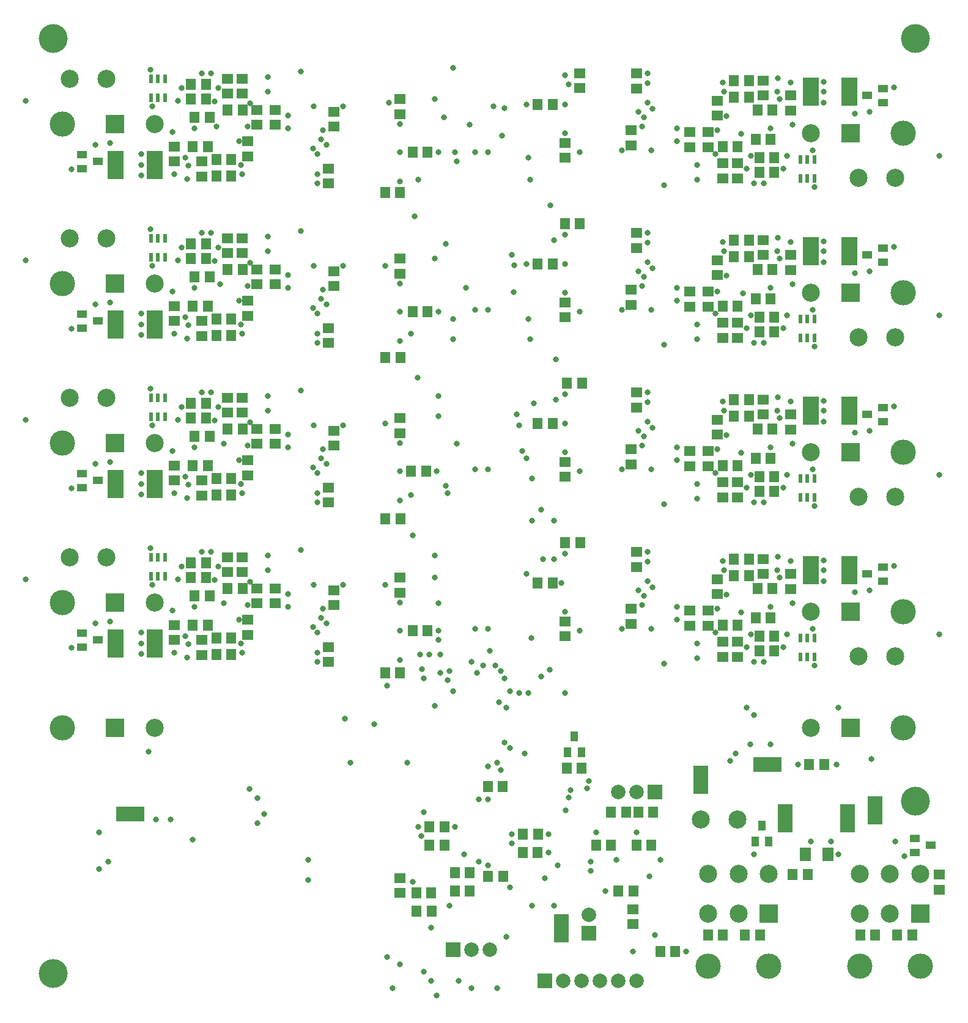
<source format=gbs>
G04 #@! TF.FileFunction,Soldermask,Bot*
%FSLAX46Y46*%
G04 Gerber Fmt 4.6, Leading zero omitted, Abs format (unit mm)*
G04 Created by KiCad (PCBNEW 4.0.5+dfsg1-4) date Sun Jun 18 17:06:44 2017*
%MOMM*%
%LPD*%
G01*
G04 APERTURE LIST*
%ADD10C,0.100000*%
%ADD11C,4.000000*%
%ADD12R,1.500000X1.400000*%
%ADD13R,1.400000X1.500000*%
%ADD14R,1.400000X1.000000*%
%ADD15R,2.200000X4.000000*%
%ADD16R,0.620000X1.220000*%
%ADD17C,2.500000*%
%ADD18R,2.500000X2.500000*%
%ADD19C,3.508000*%
%ADD20R,1.000000X1.400000*%
%ADD21R,2.000000X2.000000*%
%ADD22C,2.000000*%
%ADD23R,1.600000X1.900000*%
%ADD24R,2.000000X4.000000*%
%ADD25R,4.000000X2.000000*%
%ADD26C,0.800000*%
G04 APERTURE END LIST*
D10*
D11*
X213360000Y-148844000D03*
X213360000Y-43180000D03*
X93980000Y-43180000D03*
D12*
X164846000Y-59690000D03*
X164846000Y-57640000D03*
D13*
X163086000Y-52324000D03*
X161036000Y-52324000D03*
D12*
X166878000Y-47988000D03*
X166878000Y-50038000D03*
X164846000Y-81788000D03*
X164846000Y-79738000D03*
D13*
X164828000Y-68834000D03*
X166878000Y-68834000D03*
X163086000Y-74422000D03*
X161036000Y-74422000D03*
X165100000Y-90932000D03*
X167150000Y-90932000D03*
D12*
X164846000Y-103886000D03*
X164846000Y-101836000D03*
D13*
X163086000Y-96520000D03*
X161036000Y-96520000D03*
D12*
X164846000Y-125984000D03*
X164846000Y-123934000D03*
D13*
X164846000Y-113030000D03*
X166896000Y-113030000D03*
X163086000Y-118618000D03*
X161036000Y-118618000D03*
D12*
X141986000Y-117856000D03*
X141986000Y-119906000D03*
D13*
X141986000Y-131064000D03*
X139936000Y-131064000D03*
X143746000Y-125222000D03*
X145796000Y-125222000D03*
X142004000Y-109728000D03*
X139954000Y-109728000D03*
D12*
X141986000Y-95758000D03*
X141986000Y-97808000D03*
D13*
X143510000Y-103124000D03*
X145560000Y-103124000D03*
D12*
X141986000Y-73660000D03*
X141986000Y-75710000D03*
D13*
X142004000Y-87376000D03*
X139954000Y-87376000D03*
X143746000Y-81026000D03*
X145796000Y-81026000D03*
D14*
X206672000Y-51054000D03*
X208872000Y-52004000D03*
X208872000Y-50104000D03*
D15*
X204216000Y-50546000D03*
X198816000Y-50546000D03*
D12*
X196088000Y-53104000D03*
X196088000Y-51054000D03*
D13*
X191498000Y-53086000D03*
X193548000Y-53086000D03*
D12*
X192278000Y-49004000D03*
X192278000Y-51054000D03*
X185928000Y-51798000D03*
X185928000Y-53848000D03*
X184658000Y-58184000D03*
X184658000Y-56134000D03*
X182118000Y-58184000D03*
X182118000Y-56134000D03*
X174752000Y-50056000D03*
X174752000Y-48006000D03*
X186690000Y-62502000D03*
X186690000Y-60452000D03*
D13*
X188722000Y-58166000D03*
X186672000Y-58166000D03*
D12*
X188722000Y-60452000D03*
X188722000Y-62502000D03*
X173990000Y-57930000D03*
X173990000Y-55880000D03*
D16*
X199330641Y-62531987D03*
X198380641Y-62531987D03*
X197430641Y-62531987D03*
X197430641Y-59911987D03*
X199330641Y-59911987D03*
X198380641Y-59911987D03*
D13*
X191752000Y-61722000D03*
X193802000Y-61722000D03*
X193802000Y-59690000D03*
X191752000Y-59690000D03*
X191244000Y-57150000D03*
X193294000Y-57150000D03*
X188214000Y-49022000D03*
X190264000Y-49022000D03*
X190264000Y-51308000D03*
X188214000Y-51308000D03*
D17*
X198826000Y-56238000D03*
D18*
X204326000Y-56238000D03*
D19*
X211626000Y-56238000D03*
D13*
X190264000Y-73406000D03*
X188214000Y-73406000D03*
D12*
X188722000Y-82550000D03*
X188722000Y-84600000D03*
D13*
X188722000Y-80264000D03*
X186672000Y-80264000D03*
X188214000Y-71120000D03*
X190264000Y-71120000D03*
D12*
X186690000Y-84600000D03*
X186690000Y-82550000D03*
X192278000Y-71102000D03*
X192278000Y-73152000D03*
X196088000Y-75202000D03*
X196088000Y-73152000D03*
D15*
X204216000Y-72644000D03*
X198816000Y-72644000D03*
D13*
X191498000Y-75184000D03*
X193548000Y-75184000D03*
D14*
X206672000Y-73152000D03*
X208872000Y-74102000D03*
X208872000Y-72202000D03*
D13*
X193802000Y-81788000D03*
X191752000Y-81788000D03*
X191244000Y-79248000D03*
X193294000Y-79248000D03*
X191752000Y-83820000D03*
X193802000Y-83820000D03*
D16*
X199330641Y-84629987D03*
X198380641Y-84629987D03*
X197430641Y-84629987D03*
X197430641Y-82009987D03*
X199330641Y-82009987D03*
X198380641Y-82009987D03*
D12*
X174752000Y-72154000D03*
X174752000Y-70104000D03*
X182118000Y-80282000D03*
X182118000Y-78232000D03*
X184658000Y-80282000D03*
X184658000Y-78232000D03*
X173990000Y-80028000D03*
X173990000Y-77978000D03*
X185928000Y-73896000D03*
X185928000Y-75946000D03*
D17*
X198826000Y-78336000D03*
D18*
X204326000Y-78336000D03*
D19*
X211626000Y-78336000D03*
D12*
X188722000Y-104648000D03*
X188722000Y-106698000D03*
D16*
X199330641Y-106727987D03*
X198380641Y-106727987D03*
X197430641Y-106727987D03*
X197430641Y-104107987D03*
X199330641Y-104107987D03*
X198380641Y-104107987D03*
D13*
X191244000Y-101346000D03*
X193294000Y-101346000D03*
D12*
X186690000Y-106698000D03*
X186690000Y-104648000D03*
D13*
X188722000Y-102362000D03*
X186672000Y-102362000D03*
X193802000Y-103886000D03*
X191752000Y-103886000D03*
X191752000Y-105918000D03*
X193802000Y-105918000D03*
D14*
X206672000Y-95250000D03*
X208872000Y-96200000D03*
X208872000Y-94300000D03*
D12*
X196088000Y-97300000D03*
X196088000Y-95250000D03*
D13*
X191498000Y-97282000D03*
X193548000Y-97282000D03*
D15*
X204216000Y-94742000D03*
X198816000Y-94742000D03*
D12*
X192278000Y-93200000D03*
X192278000Y-95250000D03*
X182118000Y-102380000D03*
X182118000Y-100330000D03*
X184658000Y-102380000D03*
X184658000Y-100330000D03*
X185928000Y-95994000D03*
X185928000Y-98044000D03*
D13*
X188214000Y-93218000D03*
X190264000Y-93218000D03*
D12*
X173990000Y-102126000D03*
X173990000Y-100076000D03*
D13*
X190264000Y-95504000D03*
X188214000Y-95504000D03*
D12*
X174752000Y-94252000D03*
X174752000Y-92202000D03*
D17*
X198826000Y-100434000D03*
D18*
X204326000Y-100434000D03*
D19*
X211626000Y-100434000D03*
D12*
X188722000Y-126746000D03*
X188722000Y-128796000D03*
X186690000Y-128796000D03*
X186690000Y-126746000D03*
D13*
X191752000Y-128016000D03*
X193802000Y-128016000D03*
X193802000Y-125984000D03*
X191752000Y-125984000D03*
D14*
X206672000Y-117348000D03*
X208872000Y-118298000D03*
X208872000Y-116398000D03*
D12*
X196088000Y-119398000D03*
X196088000Y-117348000D03*
X192278000Y-115298000D03*
X192278000Y-117348000D03*
D13*
X191498000Y-119380000D03*
X193548000Y-119380000D03*
D15*
X204216000Y-116840000D03*
X198816000Y-116840000D03*
D13*
X188722000Y-124460000D03*
X186672000Y-124460000D03*
X188214000Y-115316000D03*
X190264000Y-115316000D03*
X190264000Y-117602000D03*
X188214000Y-117602000D03*
D12*
X173990000Y-124224000D03*
X173990000Y-122174000D03*
X185928000Y-118092000D03*
X185928000Y-120142000D03*
X174752000Y-116350000D03*
X174752000Y-114300000D03*
X182118000Y-124478000D03*
X182118000Y-122428000D03*
X184658000Y-124478000D03*
X184658000Y-122428000D03*
D16*
X199330641Y-128825987D03*
X198380641Y-128825987D03*
X197430641Y-128825987D03*
X197430641Y-126205987D03*
X199330641Y-126205987D03*
X198380641Y-126205987D03*
D13*
X191244000Y-123444000D03*
X193294000Y-123444000D03*
D17*
X198826000Y-122532000D03*
D18*
X204326000Y-122532000D03*
D19*
X211626000Y-122532000D03*
D12*
X122174000Y-119362000D03*
X122174000Y-121412000D03*
X124714000Y-119362000D03*
X124714000Y-121412000D03*
X132080000Y-127490000D03*
X132080000Y-129540000D03*
X120904000Y-125748000D03*
X120904000Y-123698000D03*
X132842000Y-119616000D03*
X132842000Y-121666000D03*
D13*
X118110000Y-119380000D03*
X120160000Y-119380000D03*
X116568000Y-126238000D03*
X118618000Y-126238000D03*
X118618000Y-128524000D03*
X116568000Y-128524000D03*
D12*
X120142000Y-115044000D03*
X120142000Y-117094000D03*
X118110000Y-117094000D03*
X118110000Y-115044000D03*
D13*
X113030000Y-117856000D03*
X115080000Y-117856000D03*
X115588000Y-120396000D03*
X113538000Y-120396000D03*
X115080000Y-115824000D03*
X113030000Y-115824000D03*
D16*
X107501359Y-115014013D03*
X108451359Y-115014013D03*
X109401359Y-115014013D03*
X109401359Y-117634013D03*
X107501359Y-117634013D03*
X108451359Y-117634013D03*
D15*
X102616000Y-127000000D03*
X108016000Y-127000000D03*
D13*
X115334000Y-124460000D03*
X113284000Y-124460000D03*
D12*
X110744000Y-124442000D03*
X110744000Y-126492000D03*
X114554000Y-128542000D03*
X114554000Y-126492000D03*
D14*
X100160000Y-126492000D03*
X97960000Y-125542000D03*
X97960000Y-127442000D03*
D17*
X108006000Y-121308000D03*
D18*
X102506000Y-121308000D03*
D19*
X95206000Y-121308000D03*
D12*
X114554000Y-106444000D03*
X114554000Y-104394000D03*
X110744000Y-102344000D03*
X110744000Y-104394000D03*
D14*
X100160000Y-104394000D03*
X97960000Y-103444000D03*
X97960000Y-105344000D03*
D15*
X102616000Y-104902000D03*
X108016000Y-104902000D03*
D16*
X107501359Y-92916013D03*
X108451359Y-92916013D03*
X109401359Y-92916013D03*
X109401359Y-95536013D03*
X107501359Y-95536013D03*
X108451359Y-95536013D03*
D13*
X115334000Y-102362000D03*
X113284000Y-102362000D03*
X113030000Y-95758000D03*
X115080000Y-95758000D03*
X115080000Y-93726000D03*
X113030000Y-93726000D03*
X115588000Y-98298000D03*
X113538000Y-98298000D03*
X116568000Y-104140000D03*
X118618000Y-104140000D03*
D12*
X120142000Y-92946000D03*
X120142000Y-94996000D03*
X118110000Y-94996000D03*
X118110000Y-92946000D03*
D13*
X118110000Y-97282000D03*
X120160000Y-97282000D03*
D12*
X120904000Y-103650000D03*
X120904000Y-101600000D03*
D13*
X118618000Y-106426000D03*
X116568000Y-106426000D03*
D12*
X132080000Y-105392000D03*
X132080000Y-107442000D03*
X132842000Y-97518000D03*
X132842000Y-99568000D03*
X124714000Y-97264000D03*
X124714000Y-99314000D03*
X122174000Y-97264000D03*
X122174000Y-99314000D03*
D17*
X108006000Y-99210000D03*
D18*
X102506000Y-99210000D03*
D19*
X95206000Y-99210000D03*
D12*
X122174000Y-75166000D03*
X122174000Y-77216000D03*
X124714000Y-75166000D03*
X124714000Y-77216000D03*
X132842000Y-75420000D03*
X132842000Y-77470000D03*
X132080000Y-83294000D03*
X132080000Y-85344000D03*
X120904000Y-81552000D03*
X120904000Y-79502000D03*
D13*
X115588000Y-76200000D03*
X113538000Y-76200000D03*
X115080000Y-71628000D03*
X113030000Y-71628000D03*
X118110000Y-75184000D03*
X120160000Y-75184000D03*
D12*
X118110000Y-72898000D03*
X118110000Y-70848000D03*
X120142000Y-70848000D03*
X120142000Y-72898000D03*
D13*
X113030000Y-73660000D03*
X115080000Y-73660000D03*
D16*
X107501359Y-70818013D03*
X108451359Y-70818013D03*
X109401359Y-70818013D03*
X109401359Y-73438013D03*
X107501359Y-73438013D03*
X108451359Y-73438013D03*
D13*
X116568000Y-82042000D03*
X118618000Y-82042000D03*
D14*
X100160000Y-82296000D03*
X97960000Y-81346000D03*
X97960000Y-83246000D03*
D15*
X102616000Y-82804000D03*
X108016000Y-82804000D03*
D13*
X115334000Y-80264000D03*
X113284000Y-80264000D03*
X118618000Y-84328000D03*
X116568000Y-84328000D03*
D12*
X110744000Y-80246000D03*
X110744000Y-82296000D03*
X114554000Y-84346000D03*
X114554000Y-82296000D03*
D17*
X108006000Y-77112000D03*
D18*
X102506000Y-77112000D03*
D19*
X95206000Y-77112000D03*
D13*
X148100000Y-152400000D03*
X146050000Y-152400000D03*
X148100000Y-154940000D03*
X146050000Y-154940000D03*
X154160000Y-146812000D03*
X156210000Y-146812000D03*
X149588000Y-161290000D03*
X151638000Y-161290000D03*
X149588000Y-158750000D03*
X151638000Y-158750000D03*
X146322000Y-164084000D03*
X144272000Y-164084000D03*
X161036000Y-155956000D03*
X158986000Y-155956000D03*
X161054000Y-153416000D03*
X159004000Y-153416000D03*
X156228000Y-159258000D03*
X154178000Y-159258000D03*
D12*
X174244000Y-163812000D03*
X174244000Y-165862000D03*
D13*
X174988000Y-150368000D03*
X177038000Y-150368000D03*
X173246000Y-150368000D03*
X171196000Y-150368000D03*
X174262000Y-161290000D03*
X172212000Y-161290000D03*
X198392000Y-159004000D03*
X196342000Y-159004000D03*
X191788000Y-167386000D03*
X189738000Y-167386000D03*
X200678000Y-143764000D03*
X198628000Y-143764000D03*
X212870000Y-167386000D03*
X210820000Y-167386000D03*
D12*
X216662000Y-161054000D03*
X216662000Y-159004000D03*
X132080000Y-61196000D03*
X132080000Y-63246000D03*
D13*
X141986000Y-64516000D03*
X139936000Y-64516000D03*
D12*
X141986000Y-51562000D03*
X141986000Y-53612000D03*
X132842000Y-53322000D03*
X132842000Y-55372000D03*
D13*
X115080000Y-49530000D03*
X113030000Y-49530000D03*
D12*
X124714000Y-53068000D03*
X124714000Y-55118000D03*
D13*
X115588000Y-54102000D03*
X113538000Y-54102000D03*
X115334000Y-58166000D03*
X113284000Y-58166000D03*
D12*
X114554000Y-62248000D03*
X114554000Y-60198000D03*
D20*
X192090000Y-152232000D03*
X191140000Y-154432000D03*
X193040000Y-154432000D03*
D14*
X215476000Y-154940000D03*
X213276000Y-153990000D03*
X213276000Y-155890000D03*
D17*
X188722000Y-151384000D03*
X183642000Y-151384000D03*
D21*
X162052000Y-173736000D03*
D22*
X164592000Y-173736000D03*
X167132000Y-173736000D03*
X169672000Y-173736000D03*
X172212000Y-173736000D03*
X174752000Y-173736000D03*
D21*
X149352000Y-169418000D03*
D22*
X151892000Y-169418000D03*
X154432000Y-169418000D03*
D14*
X100160000Y-60198000D03*
X97960000Y-59248000D03*
X97960000Y-61148000D03*
D12*
X141986000Y-161544000D03*
X141986000Y-159494000D03*
D13*
X144254000Y-161544000D03*
X146304000Y-161544000D03*
X174734000Y-154940000D03*
X176784000Y-154940000D03*
X169146000Y-154940000D03*
X171196000Y-154940000D03*
X180086000Y-169672000D03*
X178036000Y-169672000D03*
D23*
X201220000Y-156210000D03*
X198120000Y-156210000D03*
D13*
X143746000Y-58928000D03*
X145796000Y-58928000D03*
D12*
X120904000Y-59454000D03*
X120904000Y-57404000D03*
X120142000Y-48750000D03*
X120142000Y-50800000D03*
X118110000Y-50800000D03*
X118110000Y-48750000D03*
X122174000Y-53068000D03*
X122174000Y-55118000D03*
D13*
X118110000Y-53086000D03*
X120160000Y-53086000D03*
D12*
X110744000Y-58148000D03*
X110744000Y-60198000D03*
D13*
X118618000Y-62230000D03*
X116568000Y-62230000D03*
D15*
X102616000Y-60706000D03*
X108016000Y-60706000D03*
D13*
X116568000Y-59944000D03*
X118618000Y-59944000D03*
D24*
X164338000Y-166432000D03*
X203962000Y-151192000D03*
X207772000Y-150052000D03*
X195326000Y-151192000D03*
D25*
X192848000Y-143764000D03*
D21*
X177292000Y-147574000D03*
D22*
X174752000Y-147574000D03*
X172212000Y-147574000D03*
D17*
X108006000Y-55014000D03*
D18*
X102506000Y-55014000D03*
D19*
X95206000Y-55014000D03*
D16*
X107501359Y-48720013D03*
X108451359Y-48720013D03*
X109401359Y-48720013D03*
X109401359Y-51340013D03*
X107501359Y-51340013D03*
X108451359Y-51340013D03*
D13*
X113030000Y-51562000D03*
X115080000Y-51562000D03*
D21*
X168148000Y-167132000D03*
D22*
X168148000Y-164592000D03*
D13*
X184640000Y-167386000D03*
X186690000Y-167386000D03*
X205722000Y-167386000D03*
X207772000Y-167386000D03*
D19*
X184640000Y-171704000D03*
D17*
X184640000Y-158904000D03*
X188840000Y-158904000D03*
X193040000Y-158904000D03*
D18*
X193040000Y-164404000D03*
D17*
X188840000Y-164404000D03*
X184640000Y-164404000D03*
D19*
X193040000Y-171704000D03*
X205604000Y-171704000D03*
D17*
X205604000Y-158904000D03*
X209804000Y-158904000D03*
X214004000Y-158904000D03*
D18*
X214004000Y-164404000D03*
D17*
X209804000Y-164404000D03*
X205604000Y-164404000D03*
D19*
X214004000Y-171704000D03*
D17*
X96266000Y-48768000D03*
X101346000Y-48768000D03*
X96266000Y-70866000D03*
X101346000Y-70866000D03*
X96266000Y-92964000D03*
X101346000Y-92964000D03*
X96266000Y-115062000D03*
X101346000Y-115062000D03*
X210566000Y-128778000D03*
X205486000Y-128778000D03*
X210566000Y-106680000D03*
X205486000Y-106680000D03*
X210566000Y-84582000D03*
X205486000Y-84582000D03*
X210566000Y-62484000D03*
X205486000Y-62484000D03*
D20*
X166116000Y-139870000D03*
X165166000Y-142070000D03*
X167066000Y-142070000D03*
D13*
X167132000Y-144272000D03*
X165082000Y-144272000D03*
D17*
X108006000Y-138684000D03*
D18*
X102506000Y-138684000D03*
D19*
X95206000Y-138684000D03*
D17*
X198826000Y-138684000D03*
D18*
X204326000Y-138684000D03*
D19*
X211626000Y-138684000D03*
D24*
X183642000Y-145858000D03*
D25*
X104586000Y-150622000D03*
D11*
X93980000Y-172720000D03*
D26*
X202692000Y-135890000D03*
X107188000Y-141986000D03*
X176530000Y-159258000D03*
X207264000Y-143002000D03*
X178054000Y-156972000D03*
X171958000Y-156972000D03*
X156718000Y-167640000D03*
X144526000Y-62738000D03*
X140462000Y-52070000D03*
X165354000Y-49530000D03*
X177292000Y-167386000D03*
X140208000Y-132842000D03*
X101600000Y-157226000D03*
X100330000Y-158242000D03*
X100330000Y-153162000D03*
X113284000Y-154178000D03*
X129286000Y-159766000D03*
X129286000Y-156972000D03*
X143002000Y-143510000D03*
X135128000Y-143510000D03*
X202438000Y-143764000D03*
X154178000Y-148590000D03*
X157480000Y-153416000D03*
X162560000Y-155956000D03*
X150876000Y-156210000D03*
X154178000Y-157734000D03*
X149606000Y-152400000D03*
X160192922Y-126231140D03*
X160198873Y-104085558D03*
X163322000Y-115316000D03*
X163576000Y-93218000D03*
X163322000Y-71120000D03*
X143510000Y-84074000D03*
X143510000Y-106426000D03*
X146812000Y-51562000D03*
X146812000Y-73660000D03*
X139954000Y-74676000D03*
X139954000Y-96520000D03*
X147320000Y-95504000D03*
X139954000Y-118872000D03*
X146812000Y-117856000D03*
X166878000Y-125222000D03*
X166878000Y-103124000D03*
X166878000Y-81026000D03*
X159766000Y-82042000D03*
X166878000Y-58928000D03*
X159766000Y-59690000D03*
X140144501Y-170433999D03*
X148844000Y-163322000D03*
X197104000Y-143764000D03*
X152908000Y-148590000D03*
X162560000Y-153416000D03*
X152907992Y-157226000D03*
X157226000Y-160782000D03*
X145288000Y-150368000D03*
X147066000Y-175768000D03*
X160274004Y-163322000D03*
X163322000Y-163322000D03*
X162704889Y-130595552D03*
X148336000Y-71628000D03*
X147320000Y-92710000D03*
X146812000Y-114808000D03*
X161544000Y-108458000D03*
X160020000Y-84836000D03*
X160020000Y-62738000D03*
X148082000Y-54102000D03*
X144526000Y-152400000D03*
X141986000Y-62992000D03*
X141986000Y-85090000D03*
X141986000Y-107188000D03*
X141986000Y-129286000D03*
X164846000Y-114554000D03*
X164846000Y-92456000D03*
X164846000Y-70358000D03*
X164846000Y-48260000D03*
X144875200Y-153670000D03*
X143764000Y-160020000D03*
X146304000Y-166370000D03*
X157480000Y-154686000D03*
X108204000Y-151384000D03*
X110236000Y-151384000D03*
X134366000Y-137414000D03*
X138430000Y-138176000D03*
X174244000Y-169672000D03*
X170434000Y-161290000D03*
X202692000Y-156210000D03*
X211836000Y-156464000D03*
X191008000Y-156210000D03*
X198882000Y-154432000D03*
X210566000Y-154432000D03*
X201676000Y-154432000D03*
X141986000Y-54991000D03*
X131318000Y-55880000D03*
X112677629Y-60775978D03*
X112522000Y-62591990D03*
X111760034Y-50038000D03*
X110490000Y-56134000D03*
X111252000Y-51816000D03*
X120904000Y-55372016D03*
X116586000Y-55372000D03*
X112268000Y-59690000D03*
X150113990Y-173736000D03*
X146304000Y-173736000D03*
X151892000Y-174752000D03*
X145288000Y-172466002D03*
X155448000Y-174752000D03*
X141986000Y-171450000D03*
X174752000Y-153162000D03*
X169164000Y-153162000D03*
X181610000Y-169672000D03*
X107696000Y-52577980D03*
X101854000Y-57658000D03*
X96483813Y-61294485D03*
X164896819Y-150114000D03*
X154178000Y-144018000D03*
X155956000Y-144526000D03*
X165354000Y-148336000D03*
X155399516Y-143437278D03*
X165607998Y-147320000D03*
X107442000Y-47498000D03*
X110744000Y-61976000D03*
X140970000Y-174752000D03*
X168148000Y-146050000D03*
X190500000Y-140970000D03*
X193294000Y-140970000D03*
X156464000Y-140716000D03*
X141986000Y-58928000D03*
X131826000Y-57912000D03*
X130556000Y-59182000D03*
X119666539Y-57372866D03*
X131064000Y-57150000D03*
X129898065Y-58358567D03*
X115824000Y-48005988D03*
X120142000Y-61976024D03*
X167894000Y-147066000D03*
X157226000Y-141478000D03*
X121168583Y-52092650D03*
X130556000Y-63246000D03*
X130048000Y-52578000D03*
X126492000Y-55626000D03*
X123698000Y-48514000D03*
X130556000Y-85344000D03*
X126492000Y-77724000D03*
X123698000Y-70612000D03*
X130048000Y-74676000D03*
X141986000Y-77089000D03*
X131318000Y-77978000D03*
X111252000Y-73914000D03*
X111760034Y-72136000D03*
X112522000Y-84689990D03*
X112677629Y-82873978D03*
X110490000Y-78232000D03*
X120904000Y-77470000D03*
X117094000Y-77216000D03*
X112268000Y-81788000D03*
X130556000Y-107442000D03*
X126492000Y-99822000D03*
X130048000Y-96774000D03*
X123698000Y-92710000D03*
X141986000Y-99187000D03*
X131318000Y-100076000D03*
X111760034Y-94234000D03*
X110490000Y-100330000D03*
X111252000Y-96012000D03*
X112677629Y-104971978D03*
X112522000Y-106787990D03*
X120904000Y-99568000D03*
X117602000Y-99314000D03*
X112268000Y-103886000D03*
X107696000Y-74675980D03*
X101854000Y-79756000D03*
X96483813Y-83392485D03*
X107696000Y-96773980D03*
X101854000Y-101854000D03*
X96483813Y-105490485D03*
X107442000Y-69596000D03*
X110744000Y-84074000D03*
X107442000Y-91694000D03*
X110744000Y-106172000D03*
X141986000Y-81026000D03*
X130556000Y-81280000D03*
X131826000Y-80010000D03*
X119666539Y-79470866D03*
X129898065Y-80456567D03*
X131064000Y-79248000D03*
X115824000Y-70103988D03*
X121168583Y-74190650D03*
X120142000Y-84074024D03*
X141986000Y-103124000D03*
X131826000Y-102108000D03*
X130556000Y-103378000D03*
X119666539Y-101568866D03*
X129898065Y-102554567D03*
X131064000Y-101346000D03*
X115824000Y-92201988D03*
X121168583Y-96288650D03*
X120142000Y-106172024D03*
X90169994Y-51816000D03*
X130556000Y-61961894D03*
X119971857Y-60707765D03*
X113538000Y-55626000D03*
X99822000Y-57912000D03*
X134112000Y-52578000D03*
X128270000Y-47752000D03*
X126492000Y-53848000D03*
X123698000Y-50546000D03*
X114515987Y-48006000D03*
X116840000Y-50038000D03*
X130556000Y-84059894D03*
X119971857Y-82805765D03*
X126492000Y-75946000D03*
X90169994Y-73914000D03*
X99822000Y-80010000D03*
X116840000Y-72136000D03*
X114515987Y-70104000D03*
X113538000Y-77724000D03*
X134112000Y-74676000D03*
X128270000Y-69850000D03*
X123698000Y-72644000D03*
X113538000Y-99822000D03*
X114515987Y-92202000D03*
X130556000Y-106157894D03*
X123698000Y-94742000D03*
X126492000Y-98044000D03*
X134112000Y-96774000D03*
X99822000Y-102108000D03*
X90169994Y-96012000D03*
X116840000Y-94234000D03*
X119971857Y-104903765D03*
X128270000Y-91948000D03*
X123698000Y-116840000D03*
X114515987Y-114300000D03*
X130556000Y-128255894D03*
X134112000Y-118872000D03*
X119971857Y-127001765D03*
X116840000Y-116332000D03*
X128270000Y-114046000D03*
X126492000Y-120142000D03*
X113538000Y-121920000D03*
X99822000Y-124206000D03*
X90169994Y-118110000D03*
X130556000Y-129540000D03*
X126492000Y-121920000D03*
X123698000Y-114808000D03*
X130048000Y-118872000D03*
X141986000Y-121285000D03*
X131318000Y-122174000D03*
X112522000Y-128885990D03*
X112677629Y-127069978D03*
X110490000Y-122428000D03*
X111252000Y-118110000D03*
X111760034Y-116332000D03*
X120904000Y-121666022D03*
X117602000Y-121412000D03*
X112268000Y-125984000D03*
X176276000Y-115584106D03*
X186860143Y-116838235D03*
X180340000Y-123698000D03*
X172720000Y-124968000D03*
X189992000Y-127508000D03*
X183134000Y-127000000D03*
X178562000Y-129794000D03*
X193294000Y-121920000D03*
X216662006Y-125730000D03*
X192316013Y-129540000D03*
X207010000Y-119634000D03*
X176276000Y-114300000D03*
X180340000Y-121920000D03*
X176784000Y-124968000D03*
X183134000Y-129032000D03*
X164846000Y-122555000D03*
X175514000Y-121666000D03*
X194310000Y-114954010D03*
X196342000Y-121412000D03*
X194154371Y-116770022D03*
X195071966Y-127508000D03*
X195580000Y-125730000D03*
X185928000Y-122173990D03*
X189230000Y-122682000D03*
X194564000Y-117856000D03*
X192316013Y-107442000D03*
X189992000Y-105410000D03*
X183134000Y-104902000D03*
X176276000Y-93486106D03*
X186860143Y-94740235D03*
X193294000Y-99822000D03*
X178562000Y-107696000D03*
X180340000Y-101600000D03*
X172720000Y-102870000D03*
X216662006Y-103632000D03*
X207010000Y-97536000D03*
X183134000Y-106934000D03*
X176276000Y-92202000D03*
X180340000Y-99822000D03*
X176784000Y-102870000D03*
X164846000Y-100457000D03*
X175514000Y-99568000D03*
X194310000Y-92856010D03*
X194154371Y-94672022D03*
X195071966Y-105410000D03*
X195580000Y-103632000D03*
X196342000Y-99314000D03*
X185928000Y-100076000D03*
X189230000Y-100584000D03*
X194564000Y-95758000D03*
X189992000Y-83312000D03*
X192316013Y-85344000D03*
X183134000Y-82804000D03*
X178562000Y-85598000D03*
X172720000Y-80772000D03*
X180340000Y-79502000D03*
X176276000Y-71388106D03*
X186860143Y-72642235D03*
X193294000Y-77724000D03*
X207010000Y-75438000D03*
X216662006Y-81534000D03*
X176784000Y-80772000D03*
X183134000Y-84836000D03*
X180340000Y-77724000D03*
X176276000Y-70104000D03*
X164846000Y-78359000D03*
X175514000Y-77470000D03*
X194310000Y-70758010D03*
X196342000Y-77216000D03*
X194154371Y-72574022D03*
X195071966Y-83312000D03*
X195580000Y-81534000D03*
X189484000Y-78486000D03*
X185928000Y-78232000D03*
X194564000Y-73660000D03*
X192316013Y-63246000D03*
X193294000Y-55626000D03*
X207010000Y-53340000D03*
X216662006Y-59436000D03*
X189992000Y-61214000D03*
X183134000Y-60706000D03*
X186860143Y-50544235D03*
X180340000Y-57404000D03*
X178562000Y-63500000D03*
X172720000Y-58674000D03*
X176276000Y-49290106D03*
X183134000Y-62738000D03*
X180340000Y-55626000D03*
X176784000Y-58674000D03*
X176276000Y-48006000D03*
X164846000Y-56261000D03*
X175514000Y-55372000D03*
X195580000Y-59436000D03*
X195071966Y-61214000D03*
X194310000Y-48660010D03*
X194154371Y-50476022D03*
X196342000Y-55118000D03*
X189230000Y-56388000D03*
X185928000Y-55880000D03*
X194564000Y-51562000D03*
X107696000Y-118871980D03*
X101854000Y-123952000D03*
X96483813Y-127588485D03*
X199136000Y-124968020D03*
X204978000Y-119888000D03*
X210348187Y-116251515D03*
X199136000Y-102870020D03*
X204978000Y-97790000D03*
X210348187Y-94153515D03*
X199136000Y-80772020D03*
X204978000Y-75692000D03*
X210348187Y-72055515D03*
X199136000Y-58674020D03*
X204978000Y-53594000D03*
X210348187Y-49957515D03*
X107442000Y-113792000D03*
X110744000Y-128270000D03*
X199390000Y-130048000D03*
X196088000Y-115570000D03*
X199390000Y-107950000D03*
X196088000Y-93472000D03*
X199390000Y-85852000D03*
X196088000Y-71374000D03*
X199390000Y-63754000D03*
X196088000Y-49276000D03*
X141986000Y-125222000D03*
X131826000Y-124206000D03*
X130556000Y-125476000D03*
X119666539Y-123666866D03*
X129898065Y-124652567D03*
X131064000Y-123444000D03*
X115824000Y-114299988D03*
X121168583Y-118386650D03*
X120142000Y-128270024D03*
X164337998Y-118618000D03*
X176276000Y-118364000D03*
X175006000Y-119634000D03*
X187165461Y-120173134D03*
X176933935Y-119187433D03*
X175768000Y-120396000D03*
X191008000Y-129540012D03*
X185663417Y-125453350D03*
X186690000Y-115569976D03*
X164846000Y-96520000D03*
X176276000Y-96266000D03*
X175006000Y-97536000D03*
X187165461Y-98075134D03*
X176933935Y-97089433D03*
X175768000Y-98298000D03*
X191008000Y-107442012D03*
X185663417Y-103355350D03*
X186690000Y-93471976D03*
X164846000Y-74422000D03*
X175006000Y-75438000D03*
X176276000Y-74168000D03*
X187165461Y-75977134D03*
X175768000Y-76200000D03*
X176933935Y-74991433D03*
X191008000Y-85344012D03*
X185663417Y-81257350D03*
X186690000Y-71373976D03*
X164846000Y-52324000D03*
X175006000Y-53340000D03*
X176276000Y-52070000D03*
X187165461Y-53879134D03*
X176933935Y-52893433D03*
X175768000Y-54102000D03*
X191008000Y-63246012D03*
X185663417Y-59159350D03*
X186690000Y-49275976D03*
X106172000Y-62095998D03*
X106172000Y-60706000D03*
X106172000Y-59182000D03*
X106172000Y-82804000D03*
X106172000Y-84193998D03*
X106172000Y-81280000D03*
X106172000Y-103378000D03*
X106172000Y-106291998D03*
X106172000Y-104902000D03*
X106172000Y-128389998D03*
X106172000Y-125476000D03*
X106172000Y-127000000D03*
X200660000Y-115450002D03*
X200660000Y-118364000D03*
X200660000Y-116840000D03*
X200660000Y-96266000D03*
X200660000Y-93352002D03*
X200660000Y-94742000D03*
X200660000Y-72644000D03*
X200660000Y-74168000D03*
X200660000Y-71254002D03*
X200660000Y-52070000D03*
X200660000Y-50546000D03*
X200660000Y-49156002D03*
X116293103Y-51839637D03*
X116293103Y-73937637D03*
X116293103Y-96035637D03*
X116293103Y-118133637D03*
X190538897Y-125706363D03*
X190538897Y-103608363D03*
X190538897Y-81510363D03*
X190538897Y-59412363D03*
X162814000Y-66293994D03*
X164846000Y-133858000D03*
X161544000Y-131572000D03*
X161798000Y-115316000D03*
X163322000Y-109982000D03*
X160274000Y-109982000D03*
X159512000Y-101346000D03*
X163576000Y-87630000D03*
X143764000Y-112014000D03*
X144367200Y-90170000D03*
X144018000Y-67818000D03*
X149352000Y-47244000D03*
X146812008Y-135636000D03*
X149860000Y-60198000D03*
X147320008Y-58928000D03*
X149606000Y-58928000D03*
X149352000Y-133604000D03*
X154178000Y-124968000D03*
X152400000Y-124968000D03*
X152400011Y-102870000D03*
X154178000Y-102870000D03*
X152400000Y-80772000D03*
X154178000Y-80772000D03*
X154178000Y-58928000D03*
X152400000Y-58928000D03*
X151892000Y-129540000D03*
X151638000Y-55118000D03*
X147570071Y-131060071D03*
X149352000Y-84836000D03*
X147319988Y-81026000D03*
X148844000Y-130810000D03*
X149352008Y-82042000D03*
X148590000Y-132080000D03*
X151130000Y-77724000D03*
X147574000Y-128524000D03*
X148590000Y-106172000D03*
X147066000Y-103124000D03*
X145034000Y-130556000D03*
X148336018Y-105156000D03*
X145288000Y-131826000D03*
X149860000Y-99314000D03*
X146050000Y-128524000D03*
X147320000Y-126492000D03*
X147320000Y-125222000D03*
X144780000Y-128524000D03*
X147320000Y-121412000D03*
X156718000Y-135890000D03*
X159512000Y-117348000D03*
X159766000Y-133858000D03*
X155702000Y-135127988D03*
X158083221Y-95250000D03*
X158489632Y-96774000D03*
X157226000Y-133604000D03*
X160528000Y-93726000D03*
X158896043Y-100330000D03*
X158496004Y-133858000D03*
X157480004Y-73152000D03*
X155194000Y-130048000D03*
X157784815Y-74587887D03*
X155956000Y-130810000D03*
X159512000Y-74422000D03*
X157676810Y-78304961D03*
X156464000Y-131826000D03*
X154432000Y-128016000D03*
X154940000Y-52578000D03*
X152654000Y-131064000D03*
X156464000Y-52832000D03*
X159512000Y-52324000D03*
X153473200Y-130048000D03*
X156051221Y-56642000D03*
X159258000Y-142240000D03*
X123190026Y-150622000D03*
X121094500Y-147129500D03*
X168402000Y-157226000D03*
X163830000Y-157734000D03*
X187706000Y-143256000D03*
X189992000Y-135890000D03*
X122237500Y-148399500D03*
X122237500Y-151828500D03*
X168401982Y-158496000D03*
X162052000Y-159512000D03*
X188468000Y-142240000D03*
X191008000Y-136906000D03*
M02*

</source>
